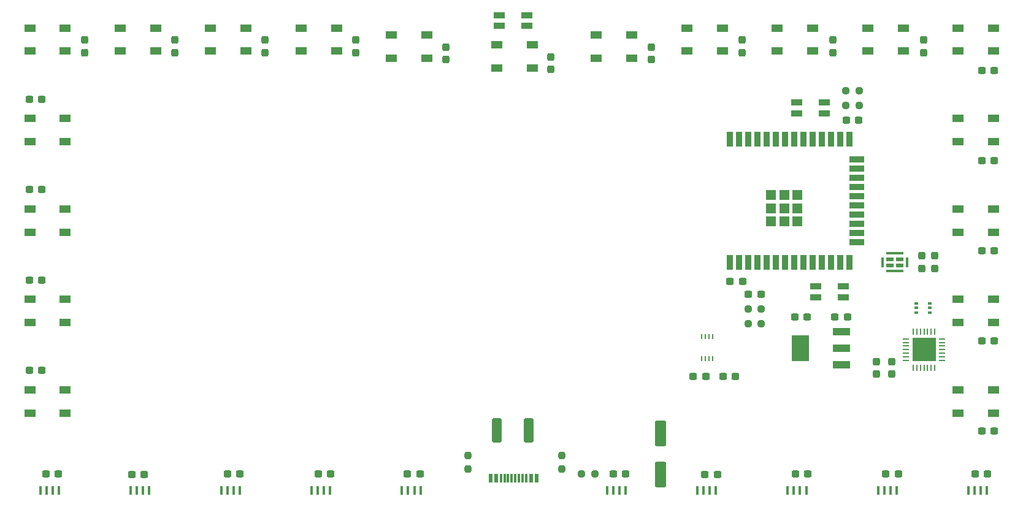
<source format=gbr>
%TF.GenerationSoftware,KiCad,Pcbnew,(6.0.4-0)*%
%TF.CreationDate,2022-06-17T16:33:18+02:00*%
%TF.ProjectId,GlowSignMainPCB No battery,476c6f77-5369-4676-9e4d-61696e504342,rev?*%
%TF.SameCoordinates,Original*%
%TF.FileFunction,Paste,Top*%
%TF.FilePolarity,Positive*%
%FSLAX46Y46*%
G04 Gerber Fmt 4.6, Leading zero omitted, Abs format (unit mm)*
G04 Created by KiCad (PCBNEW (6.0.4-0)) date 2022-06-17 16:33:18*
%MOMM*%
%LPD*%
G01*
G04 APERTURE LIST*
G04 Aperture macros list*
%AMRoundRect*
0 Rectangle with rounded corners*
0 $1 Rounding radius*
0 $2 $3 $4 $5 $6 $7 $8 $9 X,Y pos of 4 corners*
0 Add a 4 corners polygon primitive as box body*
4,1,4,$2,$3,$4,$5,$6,$7,$8,$9,$2,$3,0*
0 Add four circle primitives for the rounded corners*
1,1,$1+$1,$2,$3*
1,1,$1+$1,$4,$5*
1,1,$1+$1,$6,$7*
1,1,$1+$1,$8,$9*
0 Add four rect primitives between the rounded corners*
20,1,$1+$1,$2,$3,$4,$5,0*
20,1,$1+$1,$4,$5,$6,$7,0*
20,1,$1+$1,$6,$7,$8,$9,0*
20,1,$1+$1,$8,$9,$2,$3,0*%
G04 Aperture macros list end*
%ADD10RoundRect,0.237500X-0.237500X0.300000X-0.237500X-0.300000X0.237500X-0.300000X0.237500X0.300000X0*%
%ADD11R,0.419990X1.300000*%
%ADD12R,0.900000X2.000000*%
%ADD13R,2.000000X0.900000*%
%ADD14R,1.330000X1.330000*%
%ADD15R,1.500000X1.000000*%
%ADD16RoundRect,0.237500X-0.300000X-0.237500X0.300000X-0.237500X0.300000X0.237500X-0.300000X0.237500X0*%
%ADD17RoundRect,0.250000X-0.400000X-1.450000X0.400000X-1.450000X0.400000X1.450000X-0.400000X1.450000X0*%
%ADD18RoundRect,0.237500X-0.237500X0.250000X-0.237500X-0.250000X0.237500X-0.250000X0.237500X0.250000X0*%
%ADD19RoundRect,0.237500X0.300000X0.237500X-0.300000X0.237500X-0.300000X-0.237500X0.300000X-0.237500X0*%
%ADD20R,0.900000X0.280010*%
%ADD21R,0.280010X0.900000*%
%ADD22R,3.300000X3.300000*%
%ADD23RoundRect,0.250000X-0.550000X1.500000X-0.550000X-1.500000X0.550000X-1.500000X0.550000X1.500000X0*%
%ADD24O,0.250013X0.750013*%
%ADD25R,2.470003X0.980010*%
%ADD26R,2.470003X3.600000*%
%ADD27R,1.500000X0.900000*%
%ADD28RoundRect,0.237500X0.237500X-0.300000X0.237500X0.300000X-0.237500X0.300000X-0.237500X-0.300000X0*%
%ADD29R,0.600000X0.419990*%
%ADD30R,0.600000X1.300000*%
%ADD31R,0.300000X1.300000*%
%ADD32RoundRect,0.237500X-0.250000X-0.237500X0.250000X-0.237500X0.250000X0.237500X-0.250000X0.237500X0*%
%ADD33RoundRect,0.237500X0.250000X0.237500X-0.250000X0.237500X-0.250000X-0.237500X0.250000X-0.237500X0*%
%ADD34R,1.050013X0.550013*%
%ADD35R,0.450013X1.400000*%
%ADD36R,2.400000X0.450013*%
G04 APERTURE END LIST*
D10*
%TO.C,C31*%
X170130000Y-66587500D03*
X170130000Y-68312500D03*
%TD*%
D11*
%TO.C,D3*%
X164035842Y-127758498D03*
X164885728Y-127758498D03*
X165735868Y-127758498D03*
X166585754Y-127758498D03*
%TD*%
D12*
%TO.C,U4*%
X181004850Y-96302100D03*
X182274850Y-96302100D03*
X183544850Y-96302100D03*
X184814850Y-96302100D03*
X186084850Y-96302100D03*
X187354850Y-96302100D03*
X188624850Y-96302100D03*
X189894850Y-96302100D03*
X191164850Y-96302100D03*
X192434850Y-96302100D03*
X193704850Y-96302100D03*
X194974850Y-96302100D03*
X196244850Y-96302100D03*
X197514850Y-96302100D03*
D13*
X198514850Y-93517100D03*
X198514850Y-92247100D03*
X198514850Y-90977100D03*
X198514850Y-89707100D03*
X198514850Y-88437100D03*
X198514850Y-87167100D03*
X198514850Y-85897100D03*
X198514850Y-84627100D03*
X198514850Y-83357100D03*
X198514850Y-82087100D03*
D12*
X197514850Y-79302100D03*
X196244850Y-79302100D03*
X194974850Y-79302100D03*
X193704850Y-79302100D03*
X192434850Y-79302100D03*
X191164850Y-79302100D03*
X189894850Y-79302100D03*
X188624850Y-79302100D03*
X187354850Y-79302100D03*
X186084850Y-79302100D03*
X184814850Y-79302100D03*
X183544850Y-79302100D03*
X182274850Y-79302100D03*
X181004850Y-79302100D03*
D14*
X186669850Y-90637100D03*
X188504850Y-88802100D03*
X186669850Y-86967100D03*
X190339850Y-90637100D03*
X190339850Y-86967100D03*
X190339850Y-88802100D03*
X188504850Y-90637100D03*
X186669850Y-88802100D03*
X188504850Y-86967100D03*
%TD*%
D15*
%TO.C,D18*%
X134291100Y-64920000D03*
X134291100Y-68120000D03*
X139191100Y-68120000D03*
X139191100Y-64920000D03*
%TD*%
%TO.C,D12*%
X212505700Y-63920000D03*
X212505700Y-67120000D03*
X217405700Y-67120000D03*
X217405700Y-63920000D03*
%TD*%
D16*
%TO.C,C48*%
X175937500Y-112060000D03*
X177662500Y-112060000D03*
%TD*%
D15*
%TO.C,D15*%
X175062400Y-63920000D03*
X175062400Y-67120000D03*
X179962400Y-67120000D03*
X179962400Y-63920000D03*
%TD*%
D17*
%TO.C,F1*%
X148825000Y-119530000D03*
X153275000Y-119530000D03*
%TD*%
D15*
%TO.C,D8*%
X212505700Y-113900000D03*
X212505700Y-117100000D03*
X217405700Y-117100000D03*
X217405700Y-113900000D03*
%TD*%
D11*
%TO.C,D28*%
X98302342Y-127758498D03*
X99152228Y-127758498D03*
X100002368Y-127758498D03*
X100852254Y-127758498D03*
%TD*%
D16*
%TO.C,C18*%
X164887500Y-125530000D03*
X166612500Y-125530000D03*
%TD*%
D15*
%TO.C,D19*%
X121810000Y-63920000D03*
X121810000Y-67120000D03*
X126710000Y-67120000D03*
X126710000Y-63920000D03*
%TD*%
D18*
%TO.C,R2*%
X144890000Y-122967500D03*
X144890000Y-124792500D03*
%TD*%
D19*
%TO.C,C7*%
X191710000Y-103800000D03*
X189985000Y-103800000D03*
%TD*%
D15*
%TO.C,D21*%
X96847800Y-63920000D03*
X96847800Y-67120000D03*
X101747800Y-67120000D03*
X101747800Y-63920000D03*
%TD*%
D16*
%TO.C,C38*%
X84320000Y-73770000D03*
X86045000Y-73770000D03*
%TD*%
D15*
%TO.C,D13*%
X200024600Y-63920000D03*
X200024600Y-67120000D03*
X204924600Y-67120000D03*
X204924600Y-63920000D03*
%TD*%
D20*
%TO.C,U7*%
X205310051Y-106848933D03*
X205310051Y-107349314D03*
X205310051Y-107849695D03*
X205310051Y-108350076D03*
X205310051Y-108850457D03*
X205310051Y-109350838D03*
X205310051Y-109851219D03*
D21*
X206308781Y-110850203D03*
X206809162Y-110850203D03*
X207309543Y-110850203D03*
X207809924Y-110850203D03*
X208310305Y-110850203D03*
X208810686Y-110850203D03*
X209311067Y-110850203D03*
D20*
X210310051Y-109851219D03*
X210310051Y-109350838D03*
X210310051Y-108850457D03*
X210310051Y-108350076D03*
X210310051Y-107849695D03*
X210310051Y-107349314D03*
X210310051Y-106848933D03*
D21*
X209311067Y-105850203D03*
X208810686Y-105850203D03*
X208310305Y-105850203D03*
X207809924Y-105850203D03*
X207309543Y-105850203D03*
X206809162Y-105850203D03*
X206308781Y-105850203D03*
D22*
X207809924Y-108350076D03*
%TD*%
D23*
%TO.C,C3*%
X171400000Y-119950000D03*
X171400000Y-125550000D03*
%TD*%
D15*
%TO.C,D10*%
X212505700Y-88910000D03*
X212505700Y-92110000D03*
X217405700Y-92110000D03*
X217405700Y-88910000D03*
%TD*%
D10*
%TO.C,C32*%
X156320000Y-67917500D03*
X156320000Y-69642500D03*
%TD*%
D16*
%TO.C,C40*%
X84320000Y-98716666D03*
X86045000Y-98716666D03*
%TD*%
%TO.C,C46*%
X136485000Y-125530000D03*
X138210000Y-125530000D03*
%TD*%
D24*
%TO.C,U3*%
X177118039Y-109608379D03*
X177618166Y-109608379D03*
X178118039Y-109608379D03*
X178618166Y-109608379D03*
X178618166Y-106508557D03*
X178118039Y-106508557D03*
X177618166Y-106508557D03*
X177118039Y-106508557D03*
%TD*%
D15*
%TO.C,D25*%
X84366700Y-101405000D03*
X84366700Y-104605000D03*
X89266700Y-104605000D03*
X89266700Y-101405000D03*
%TD*%
D10*
%TO.C,C37*%
X91940000Y-65587500D03*
X91940000Y-67312500D03*
%TD*%
D16*
%TO.C,C27*%
X215785000Y-69760000D03*
X217510000Y-69760000D03*
%TD*%
D11*
%TO.C,D4*%
X176516942Y-127758498D03*
X177366828Y-127758498D03*
X178216968Y-127758498D03*
X179066854Y-127758498D03*
%TD*%
D16*
%TO.C,C19*%
X177557500Y-125590000D03*
X179282500Y-125590000D03*
%TD*%
D25*
%TO.C,U18*%
X196414900Y-110439975D03*
X196414900Y-108140000D03*
X196414900Y-105840025D03*
D26*
X190745100Y-108140000D03*
%TD*%
D16*
%TO.C,C44*%
X111637500Y-125530000D03*
X113362500Y-125530000D03*
%TD*%
D15*
%TO.C,D24*%
X84366700Y-88910000D03*
X84366700Y-92110000D03*
X89266700Y-92110000D03*
X89266700Y-88910000D03*
%TD*%
%TO.C,D16*%
X162581300Y-64920000D03*
X162581300Y-68120000D03*
X167481300Y-68120000D03*
X167481300Y-64920000D03*
%TD*%
D16*
%TO.C,C39*%
X84320000Y-86243333D03*
X86045000Y-86243333D03*
%TD*%
%TO.C,C41*%
X84320000Y-111190000D03*
X86045000Y-111190000D03*
%TD*%
D11*
%TO.C,D7*%
X213960242Y-127758498D03*
X214810128Y-127758498D03*
X215660268Y-127758498D03*
X216510154Y-127758498D03*
%TD*%
D27*
%TO.C,SW1*%
X192880076Y-99599936D03*
X196679924Y-99599936D03*
X196679924Y-101100064D03*
X192880076Y-101100064D03*
%TD*%
D15*
%TO.C,D9*%
X212505700Y-101405000D03*
X212505700Y-104605000D03*
X217405700Y-104605000D03*
X217405700Y-101405000D03*
%TD*%
D16*
%TO.C,C24*%
X215785000Y-107102500D03*
X217510000Y-107102500D03*
%TD*%
D10*
%TO.C,C33*%
X141800000Y-66587500D03*
X141800000Y-68312500D03*
%TD*%
D15*
%TO.C,D20*%
X109328900Y-63920000D03*
X109328900Y-67120000D03*
X114228900Y-67120000D03*
X114228900Y-63920000D03*
%TD*%
D10*
%TO.C,C35*%
X116870000Y-65587500D03*
X116870000Y-67312500D03*
%TD*%
D16*
%TO.C,C20*%
X190030000Y-125530000D03*
X191755000Y-125530000D03*
%TD*%
D15*
%TO.C,D17*%
X148811100Y-66250000D03*
X148811100Y-69450000D03*
X153711100Y-69450000D03*
X153711100Y-66250000D03*
%TD*%
D28*
%TO.C,C47*%
X209310000Y-97112500D03*
X209310000Y-95387500D03*
%TD*%
D11*
%TO.C,D29*%
X110783442Y-127758498D03*
X111633328Y-127758498D03*
X112483468Y-127758498D03*
X113333354Y-127758498D03*
%TD*%
D29*
%TO.C,U8*%
X206730897Y-101940013D03*
X206730897Y-102590000D03*
X206730897Y-103239987D03*
X208630821Y-103239987D03*
X208630821Y-102590000D03*
X208630821Y-101940013D03*
%TD*%
D30*
%TO.C,USB1*%
X147947302Y-126069964D03*
X148747149Y-126069964D03*
D31*
X149897264Y-126069964D03*
X150897264Y-126069964D03*
X151397136Y-126069964D03*
X152397136Y-126069964D03*
D30*
X154347098Y-126069964D03*
X153547251Y-126069964D03*
D31*
X152897264Y-126069964D03*
X151897264Y-126069964D03*
X150397136Y-126069964D03*
X149397136Y-126069964D03*
%TD*%
D11*
%TO.C,D6*%
X201479142Y-127758498D03*
X202329028Y-127758498D03*
X203179168Y-127758498D03*
X204029054Y-127758498D03*
%TD*%
D27*
%TO.C,SW3*%
X152989924Y-63650064D03*
X149190076Y-63650064D03*
X149190076Y-62149936D03*
X152989924Y-62149936D03*
%TD*%
D16*
%TO.C,C42*%
X86577500Y-125530000D03*
X88302500Y-125530000D03*
%TD*%
D32*
%TO.C,R1*%
X160527500Y-125530000D03*
X162352500Y-125530000D03*
%TD*%
D18*
%TO.C,R3*%
X157780000Y-122967500D03*
X157780000Y-124792500D03*
%TD*%
D16*
%TO.C,C25*%
X215785000Y-94655000D03*
X217510000Y-94655000D03*
%TD*%
D10*
%TO.C,C30*%
X182683333Y-65587500D03*
X182683333Y-67312500D03*
%TD*%
D15*
%TO.C,D26*%
X84366700Y-113900000D03*
X84366700Y-117100000D03*
X89266700Y-117100000D03*
X89266700Y-113900000D03*
%TD*%
%TO.C,D23*%
X84366700Y-76415000D03*
X84366700Y-79615000D03*
X89266700Y-79615000D03*
X89266700Y-76415000D03*
%TD*%
D11*
%TO.C,D5*%
X188998042Y-127758498D03*
X189847928Y-127758498D03*
X190698068Y-127758498D03*
X191547954Y-127758498D03*
%TD*%
D15*
%TO.C,D11*%
X212505700Y-76415000D03*
X212505700Y-79615000D03*
X217405700Y-79615000D03*
X217405700Y-76415000D03*
%TD*%
D10*
%TO.C,C29*%
X195236666Y-65587500D03*
X195236666Y-67312500D03*
%TD*%
D33*
%TO.C,R6*%
X185332500Y-102720000D03*
X183507500Y-102720000D03*
%TD*%
D10*
%TO.C,C28*%
X207790000Y-65587500D03*
X207790000Y-67312500D03*
%TD*%
D16*
%TO.C,C45*%
X124167500Y-125530000D03*
X125892500Y-125530000D03*
%TD*%
D28*
%TO.C,C4*%
X201230000Y-111732500D03*
X201230000Y-110007500D03*
%TD*%
D19*
%TO.C,C2*%
X181782500Y-112080000D03*
X180057500Y-112080000D03*
%TD*%
D10*
%TO.C,C34*%
X129335000Y-65587500D03*
X129335000Y-67312500D03*
%TD*%
D34*
%TO.C,U20*%
X204455083Y-95845545D03*
X203104816Y-95845545D03*
X203104816Y-96695431D03*
X204455083Y-96695431D03*
D35*
X205504867Y-96270488D03*
D36*
X203779949Y-95045443D03*
D35*
X202055032Y-96270488D03*
D36*
X203779949Y-97495532D03*
%TD*%
D19*
%TO.C,C8*%
X185282500Y-100700000D03*
X183557500Y-100700000D03*
%TD*%
D10*
%TO.C,C36*%
X104405000Y-65587500D03*
X104405000Y-67312500D03*
%TD*%
D11*
%TO.C,D27*%
X85821242Y-127758498D03*
X86671128Y-127758498D03*
X87521268Y-127758498D03*
X88371154Y-127758498D03*
%TD*%
D15*
%TO.C,D14*%
X187543500Y-63920000D03*
X187543500Y-67120000D03*
X192443500Y-67120000D03*
X192443500Y-63920000D03*
%TD*%
%TO.C,D22*%
X84366700Y-63920000D03*
X84366700Y-67120000D03*
X89266700Y-67120000D03*
X89266700Y-63920000D03*
%TD*%
D10*
%TO.C,C6*%
X203330000Y-110007500D03*
X203330000Y-111732500D03*
%TD*%
D16*
%TO.C,C1*%
X181047500Y-98890000D03*
X182772500Y-98890000D03*
%TD*%
D11*
%TO.C,D30*%
X123264542Y-127758498D03*
X124114428Y-127758498D03*
X124964568Y-127758498D03*
X125814454Y-127758498D03*
%TD*%
D16*
%TO.C,C21*%
X202537500Y-125530000D03*
X204262500Y-125530000D03*
%TD*%
D11*
%TO.C,D31*%
X135745642Y-127758498D03*
X136595528Y-127758498D03*
X137445668Y-127758498D03*
X138295554Y-127758498D03*
%TD*%
D16*
%TO.C,C23*%
X215785000Y-119550000D03*
X217510000Y-119550000D03*
%TD*%
D32*
%TO.C,R7*%
X197017500Y-74650000D03*
X198842500Y-74650000D03*
%TD*%
D28*
%TO.C,C10*%
X207530000Y-97112500D03*
X207530000Y-95387500D03*
%TD*%
D33*
%TO.C,R5*%
X198842500Y-72560000D03*
X197017500Y-72560000D03*
%TD*%
D16*
%TO.C,C9*%
X197067500Y-76690000D03*
X198792500Y-76690000D03*
%TD*%
D33*
%TO.C,R4*%
X185332500Y-104740000D03*
X183507500Y-104740000D03*
%TD*%
D16*
%TO.C,C5*%
X195515000Y-103800000D03*
X197240000Y-103800000D03*
%TD*%
%TO.C,C22*%
X214870000Y-125530000D03*
X216595000Y-125530000D03*
%TD*%
D27*
%TO.C,SW2*%
X190220076Y-75680064D03*
X194019924Y-75680064D03*
X190220076Y-74179936D03*
X194019924Y-74179936D03*
%TD*%
D16*
%TO.C,C43*%
X98437500Y-125570000D03*
X100162500Y-125570000D03*
%TD*%
%TO.C,C26*%
X215785000Y-82207500D03*
X217510000Y-82207500D03*
%TD*%
M02*

</source>
